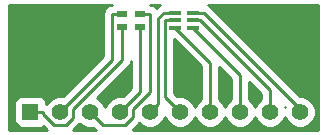
<source format=gtl>
G04 (created by PCBNEW (2013-jul-07)-stable) date Sun 22 Mar 2015 20:47:42 GMT*
%MOIN*%
G04 Gerber Fmt 3.4, Leading zero omitted, Abs format*
%FSLAX34Y34*%
G01*
G70*
G90*
G04 APERTURE LIST*
%ADD10C,0.00590551*%
%ADD11R,0.0393701X0.015748*%
%ADD12R,0.055X0.055*%
%ADD13C,0.055*%
%ADD14R,0.0354331X0.023622*%
%ADD15C,0.01*%
G04 APERTURE END LIST*
G54D10*
G54D11*
X22342Y-15688D03*
X22342Y-15944D03*
X22342Y-16200D03*
X22933Y-16200D03*
X22933Y-15944D03*
X22933Y-15688D03*
G54D12*
X17500Y-19000D03*
G54D13*
X18500Y-19000D03*
X19500Y-19000D03*
X20500Y-19000D03*
X21500Y-19000D03*
X22500Y-19000D03*
X23500Y-19000D03*
X24500Y-19000D03*
X25500Y-19000D03*
X26500Y-19000D03*
G54D14*
X20570Y-16161D03*
X20570Y-15728D03*
X21161Y-15728D03*
X21161Y-16161D03*
G54D15*
X21488Y-18352D02*
X21488Y-15728D01*
X20929Y-18911D02*
X21488Y-18352D01*
X20929Y-19172D02*
X20929Y-18911D01*
X20664Y-19436D02*
X20929Y-19172D01*
X19936Y-19436D02*
X20664Y-19436D01*
X19500Y-19000D02*
X19936Y-19436D01*
X21161Y-15728D02*
X21488Y-15728D01*
X17925Y-19053D02*
X17925Y-19000D01*
X18297Y-19425D02*
X17925Y-19053D01*
X18703Y-19425D02*
X18297Y-19425D01*
X18932Y-19195D02*
X18703Y-19425D01*
X18932Y-18908D02*
X18932Y-19195D01*
X20570Y-17270D02*
X18932Y-18908D01*
X20570Y-16161D02*
X20570Y-17270D01*
X17500Y-19000D02*
X17925Y-19000D01*
X21161Y-18338D02*
X20500Y-19000D01*
X21161Y-16161D02*
X21161Y-18338D01*
X21968Y-15688D02*
X22342Y-15688D01*
X21771Y-15885D02*
X21968Y-15688D01*
X21771Y-18728D02*
X21771Y-15885D01*
X21500Y-19000D02*
X21771Y-18728D01*
X21995Y-18495D02*
X21995Y-15944D01*
X22500Y-19000D02*
X21995Y-18495D01*
X22342Y-15944D02*
X21995Y-15944D01*
X23500Y-17358D02*
X22342Y-16200D01*
X23500Y-19000D02*
X23500Y-17358D01*
X24500Y-17767D02*
X22933Y-16200D01*
X24500Y-19000D02*
X24500Y-17767D01*
X23172Y-15944D02*
X22933Y-15944D01*
X25500Y-18271D02*
X23172Y-15944D01*
X25500Y-19000D02*
X25500Y-18271D01*
X22933Y-15688D02*
X23280Y-15688D01*
X26500Y-18908D02*
X23280Y-15688D01*
X26500Y-19000D02*
X26500Y-18908D01*
X20243Y-17256D02*
X18500Y-19000D01*
X20243Y-15728D02*
X20243Y-17256D01*
X20570Y-15728D02*
X20243Y-15728D01*
G54D10*
G36*
X19687Y-19612D02*
X18940Y-19612D01*
X19144Y-19407D01*
X19144Y-19407D01*
X19153Y-19395D01*
X19202Y-19444D01*
X19395Y-19524D01*
X19600Y-19525D01*
X19687Y-19612D01*
X19687Y-19612D01*
G37*
G54D15*
X19687Y-19612D02*
X18940Y-19612D01*
X19144Y-19407D01*
X19144Y-19407D01*
X19153Y-19395D01*
X19202Y-19444D01*
X19395Y-19524D01*
X19600Y-19525D01*
X19687Y-19612D01*
G54D10*
G36*
X20223Y-15427D02*
X20216Y-15433D01*
X20128Y-15451D01*
X20031Y-15516D01*
X19966Y-15613D01*
X19943Y-15728D01*
X19943Y-17132D01*
X18600Y-18475D01*
X18396Y-18474D01*
X18203Y-18554D01*
X18055Y-18702D01*
X18045Y-18726D01*
X18039Y-18722D01*
X18025Y-18719D01*
X18025Y-18675D01*
X17987Y-18583D01*
X17916Y-18513D01*
X17824Y-18475D01*
X17725Y-18474D01*
X17175Y-18474D01*
X17083Y-18512D01*
X17013Y-18583D01*
X16975Y-18675D01*
X16974Y-18774D01*
X16974Y-19324D01*
X17012Y-19416D01*
X17083Y-19486D01*
X17175Y-19524D01*
X17274Y-19525D01*
X17824Y-19525D01*
X17916Y-19487D01*
X17925Y-19477D01*
X18059Y-19612D01*
X16805Y-19612D01*
X16805Y-15427D01*
X20223Y-15427D01*
X20223Y-15427D01*
G37*
G54D15*
X20223Y-15427D02*
X20216Y-15433D01*
X20128Y-15451D01*
X20031Y-15516D01*
X19966Y-15613D01*
X19943Y-15728D01*
X19943Y-17132D01*
X18600Y-18475D01*
X18396Y-18474D01*
X18203Y-18554D01*
X18055Y-18702D01*
X18045Y-18726D01*
X18039Y-18722D01*
X18025Y-18719D01*
X18025Y-18675D01*
X17987Y-18583D01*
X17916Y-18513D01*
X17824Y-18475D01*
X17725Y-18474D01*
X17175Y-18474D01*
X17083Y-18512D01*
X17013Y-18583D01*
X16975Y-18675D01*
X16974Y-18774D01*
X16974Y-19324D01*
X17012Y-19416D01*
X17083Y-19486D01*
X17175Y-19524D01*
X17274Y-19525D01*
X17824Y-19525D01*
X17916Y-19487D01*
X17925Y-19477D01*
X18059Y-19612D01*
X16805Y-19612D01*
X16805Y-15427D01*
X20223Y-15427D01*
G54D10*
G36*
X20861Y-18214D02*
X20600Y-18475D01*
X20396Y-18474D01*
X20203Y-18554D01*
X20055Y-18702D01*
X19999Y-18835D01*
X19945Y-18703D01*
X19797Y-18555D01*
X19735Y-18529D01*
X20782Y-17482D01*
X20782Y-17482D01*
X20848Y-17384D01*
X20861Y-17317D01*
X20861Y-18214D01*
X20861Y-18214D01*
G37*
G54D15*
X20861Y-18214D02*
X20600Y-18475D01*
X20396Y-18474D01*
X20203Y-18554D01*
X20055Y-18702D01*
X19999Y-18835D01*
X19945Y-18703D01*
X19797Y-18555D01*
X19735Y-18529D01*
X20782Y-17482D01*
X20782Y-17482D01*
X20848Y-17384D01*
X20861Y-17317D01*
X20861Y-18214D01*
G54D10*
G36*
X21830Y-15427D02*
X21756Y-15476D01*
X21707Y-15525D01*
X21700Y-15516D01*
X21603Y-15451D01*
X21515Y-15433D01*
X21509Y-15427D01*
X21830Y-15427D01*
X21830Y-15427D01*
G37*
G54D15*
X21830Y-15427D02*
X21756Y-15476D01*
X21707Y-15525D01*
X21700Y-15516D01*
X21603Y-15451D01*
X21515Y-15433D01*
X21509Y-15427D01*
X21830Y-15427D01*
G54D10*
G36*
X23200Y-18557D02*
X23055Y-18702D01*
X22999Y-18835D01*
X22945Y-18703D01*
X22797Y-18555D01*
X22604Y-18475D01*
X22399Y-18474D01*
X22295Y-18371D01*
X22295Y-16578D01*
X23200Y-17482D01*
X23200Y-18557D01*
X23200Y-18557D01*
G37*
G54D15*
X23200Y-18557D02*
X23055Y-18702D01*
X22999Y-18835D01*
X22945Y-18703D01*
X22797Y-18555D01*
X22604Y-18475D01*
X22399Y-18474D01*
X22295Y-18371D01*
X22295Y-16578D01*
X23200Y-17482D01*
X23200Y-18557D01*
G54D10*
G36*
X24200Y-18557D02*
X24055Y-18702D01*
X23999Y-18835D01*
X23945Y-18703D01*
X23800Y-18557D01*
X23800Y-17491D01*
X24200Y-17891D01*
X24200Y-18557D01*
X24200Y-18557D01*
G37*
G54D15*
X24200Y-18557D02*
X24055Y-18702D01*
X23999Y-18835D01*
X23945Y-18703D01*
X23800Y-18557D01*
X23800Y-17491D01*
X24200Y-17891D01*
X24200Y-18557D01*
G54D10*
G36*
X25200Y-18557D02*
X25055Y-18702D01*
X24999Y-18835D01*
X24945Y-18703D01*
X24800Y-18557D01*
X24800Y-17996D01*
X25200Y-18396D01*
X25200Y-18557D01*
X25200Y-18557D01*
G37*
G54D15*
X25200Y-18557D02*
X25055Y-18702D01*
X24999Y-18835D01*
X24945Y-18703D01*
X24800Y-18557D01*
X24800Y-17996D01*
X25200Y-18396D01*
X25200Y-18557D01*
G54D10*
G36*
X26000Y-18833D02*
X25999Y-18835D01*
X25998Y-18831D01*
X26000Y-18833D01*
X26000Y-18833D01*
G37*
G54D15*
X26000Y-18833D02*
X25999Y-18835D01*
X25998Y-18831D01*
X26000Y-18833D01*
G54D10*
G36*
X27092Y-19612D02*
X20913Y-19612D01*
X21141Y-19384D01*
X21141Y-19384D01*
X21141Y-19383D01*
X21202Y-19444D01*
X21395Y-19524D01*
X21603Y-19525D01*
X21797Y-19445D01*
X21944Y-19297D01*
X22000Y-19164D01*
X22054Y-19297D01*
X22202Y-19444D01*
X22395Y-19524D01*
X22603Y-19525D01*
X22797Y-19445D01*
X22944Y-19297D01*
X23000Y-19164D01*
X23054Y-19297D01*
X23202Y-19444D01*
X23395Y-19524D01*
X23603Y-19525D01*
X23797Y-19445D01*
X23944Y-19297D01*
X24000Y-19164D01*
X24054Y-19297D01*
X24202Y-19444D01*
X24395Y-19524D01*
X24603Y-19525D01*
X24797Y-19445D01*
X24944Y-19297D01*
X25000Y-19164D01*
X25054Y-19297D01*
X25202Y-19444D01*
X25395Y-19524D01*
X25603Y-19525D01*
X25797Y-19445D01*
X25944Y-19297D01*
X26000Y-19164D01*
X26054Y-19297D01*
X26202Y-19444D01*
X26395Y-19524D01*
X26603Y-19525D01*
X26797Y-19445D01*
X26944Y-19297D01*
X27024Y-19104D01*
X27025Y-18896D01*
X26945Y-18703D01*
X26797Y-18555D01*
X26604Y-18475D01*
X26490Y-18474D01*
X23492Y-15476D01*
X23417Y-15427D01*
X27092Y-15427D01*
X27092Y-19612D01*
X27092Y-19612D01*
G37*
G54D15*
X27092Y-19612D02*
X20913Y-19612D01*
X21141Y-19384D01*
X21141Y-19384D01*
X21141Y-19383D01*
X21202Y-19444D01*
X21395Y-19524D01*
X21603Y-19525D01*
X21797Y-19445D01*
X21944Y-19297D01*
X22000Y-19164D01*
X22054Y-19297D01*
X22202Y-19444D01*
X22395Y-19524D01*
X22603Y-19525D01*
X22797Y-19445D01*
X22944Y-19297D01*
X23000Y-19164D01*
X23054Y-19297D01*
X23202Y-19444D01*
X23395Y-19524D01*
X23603Y-19525D01*
X23797Y-19445D01*
X23944Y-19297D01*
X24000Y-19164D01*
X24054Y-19297D01*
X24202Y-19444D01*
X24395Y-19524D01*
X24603Y-19525D01*
X24797Y-19445D01*
X24944Y-19297D01*
X25000Y-19164D01*
X25054Y-19297D01*
X25202Y-19444D01*
X25395Y-19524D01*
X25603Y-19525D01*
X25797Y-19445D01*
X25944Y-19297D01*
X26000Y-19164D01*
X26054Y-19297D01*
X26202Y-19444D01*
X26395Y-19524D01*
X26603Y-19525D01*
X26797Y-19445D01*
X26944Y-19297D01*
X27024Y-19104D01*
X27025Y-18896D01*
X26945Y-18703D01*
X26797Y-18555D01*
X26604Y-18475D01*
X26490Y-18474D01*
X23492Y-15476D01*
X23417Y-15427D01*
X27092Y-15427D01*
X27092Y-19612D01*
M02*

</source>
